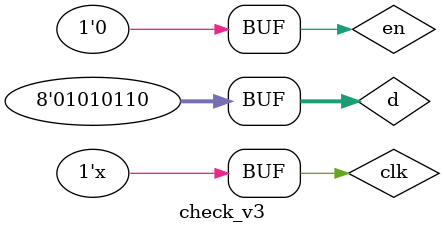
<source format=v>
`timescale 1ns / 1ps


module check_v3;

	// Inputs
	reg clk;
	reg en;
	reg [7:0] d;

	// Outputs
	wire [7:0] q;

	// Instantiate the Unit Under Test (UUT)
	flopen uut (
		.clk(clk), 
		.en(en), 
		.d(d), 
		.q(q)
	);
always begin 
#10
clk=~clk;
end
	initial begin
		// Initialize Inputs
		clk = 0;
		en = 1;
		d = 8'hAA;

		// Wait 100 ns for global reset to finish
		#20;
        en = 1;
		d = 8'h24;

		// Wait 100 ns for global reset to finish
		#20;
		en = 0;
		d = 8'h56;

		// Wait 100 ns for global reset to finish
		#20;
		// Add stimulus here

	end
      
endmodule


</source>
